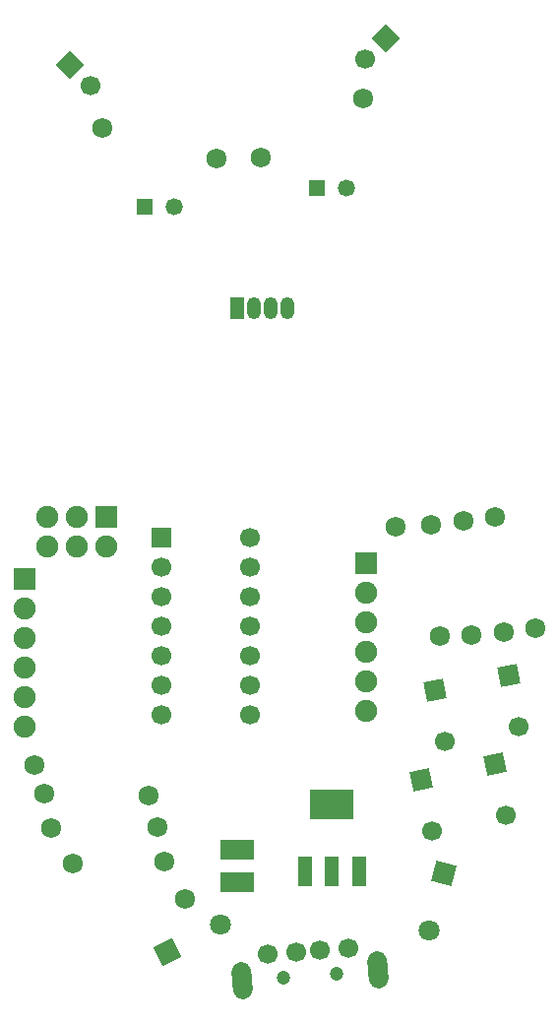
<source format=gbr>
G04 DipTrace 3.3.1.2*
G04 BottomMask.gbr*
%MOIN*%
G04 #@! TF.FileFunction,Soldermask,Bot*
G04 #@! TF.Part,Single*
%AMOUTLINE1*
4,1,4,
0.0434,0.025057,
0.025057,-0.0434,
-0.0434,-0.025057,
-0.025057,0.0434,
0.0434,0.025057,
0*%
%AMOUTLINE4*
4,1,4,
-0.047638,0.015558,
0.015558,0.047638,
0.047638,-0.015558,
-0.015558,-0.047638,
-0.047638,0.015558,
0*%
%AMOUTLINE7*
4,1,4,
0.0,-0.04733,
-0.04733,0.0,
0.0,0.04733,
0.04733,0.0,
0.0,-0.04733,
0*%
%AMOUTLINE10*
4,1,4,
-0.04733,0.0,
0.0,0.04733,
0.04733,0.0,
0.0,-0.04733,
-0.04733,0.0,
0*%
%AMOUTLINE13*
4,1,4,
-0.02656,-0.039176,
-0.039176,0.02656,
0.02656,0.039176,
0.039176,-0.02656,
-0.02656,-0.039176,
0*%
%AMOUTLINE16*
4,1,4,
-0.025791,-0.039686,
-0.039686,0.025791,
0.025791,0.039686,
0.039686,-0.025791,
-0.025791,-0.039686,
0*%
%AMOUTLINE19*
4,1,16,
-0.030888,-0.032624,
-0.026514,-0.046432,
-0.016269,-0.057306,
-0.002322,-0.062658,
0.012567,-0.061429,
0.025448,-0.053861,
0.03377,-0.041454,
0.03582,-0.027116,
0.030888,0.032624,
0.026514,0.046432,
0.016269,0.057306,
0.002322,0.062658,
-0.012567,0.061429,
-0.025448,0.053861,
-0.03377,0.041454,
-0.03582,0.027116,
-0.030888,-0.032624,
0*%
%ADD36C,0.047244*%
%ADD47R,0.147644X0.1004*%
%ADD49R,0.045282X0.104337*%
%ADD51R,0.066935X0.066935*%
%ADD53C,0.066935*%
%ADD55R,0.114179X0.070872*%
%ADD57C,0.06788*%
%ADD59C,0.06788*%
%ADD61C,0.074809*%
%ADD63R,0.074809X0.074809*%
%ADD65C,0.066935*%
%ADD67R,0.049219X0.074809*%
%ADD69O,0.049219X0.074809*%
%ADD71R,0.05788X0.05788*%
%ADD73C,0.05788*%
%ADD75C,0.070872*%
%ADD85OUTLINE1*%
%ADD88OUTLINE4*%
%ADD91OUTLINE7*%
%ADD94OUTLINE10*%
%ADD97OUTLINE13*%
%ADD100OUTLINE16*%
%ADD103OUTLINE19*%
%FSLAX26Y26*%
G04*
G70*
G90*
G75*
G01*
G04 BotMask*
%LPD*%
D75*
X1906565Y687118D3*
D85*
X1958329Y880303D3*
D75*
X1200831Y704167D3*
D88*
X1022493Y613638D3*
D73*
X1042791Y3136704D3*
D71*
X942791D3*
D73*
X1629321Y3198396D3*
D71*
X1529321D3*
D69*
X1426973Y2791284D3*
X1314473D3*
D67*
X1258224D3*
D69*
X1370724D3*
D91*
X690183Y3615082D3*
D65*
X760894Y3544371D3*
D94*
X1760280Y3705251D3*
D65*
X1689569Y3634540D3*
D63*
X1694146Y1928154D3*
D61*
Y1828154D3*
Y1728154D3*
Y1628154D3*
Y1528154D3*
Y1428154D3*
D63*
X536956Y1874575D3*
D61*
Y1774575D3*
Y1674575D3*
Y1574575D3*
Y1474575D3*
Y1374575D3*
D63*
X813393Y2085283D3*
D61*
Y1985283D3*
X713393Y2085283D3*
Y1985283D3*
X613393Y2085283D3*
Y1985283D3*
D59*
X1188333Y3297645D3*
D57*
X801962Y3401172D3*
D59*
X1338317Y3303894D3*
D57*
X1684727Y3503894D3*
D59*
X988354Y1035382D3*
D57*
X604464Y1147758D3*
D59*
X1794519Y2054026D3*
D57*
X1944419Y1683175D3*
D59*
X1082093Y791658D3*
D57*
X700650Y912078D3*
D59*
X1010761Y919497D3*
D57*
X627156Y1032843D3*
D59*
X957107Y1141621D3*
D57*
X570852Y1245582D3*
D55*
X1257075Y847902D3*
Y958138D3*
D59*
X2131984Y2085272D3*
D57*
X2268792Y1709395D3*
D59*
X2025745Y2072774D3*
D57*
X2162553Y1696897D3*
D59*
X1913257Y2060275D3*
D57*
X2050065Y1684398D3*
D97*
X1926504Y1500308D3*
D53*
X1959895Y1326318D3*
X2211214Y1374550D3*
D97*
X2177823Y1548541D3*
D100*
X1879914Y1195249D3*
D53*
X1916694Y1021944D3*
X2167024Y1075069D3*
D100*
X2130245Y1248375D3*
D51*
X1000852Y2016529D3*
D65*
Y1916529D3*
Y1816529D3*
Y1716529D3*
Y1616529D3*
Y1516529D3*
Y1416529D3*
X1300852D3*
Y1516529D3*
Y1616529D3*
Y1716529D3*
Y1816529D3*
Y1916529D3*
Y2016529D3*
D49*
X1669532Y885398D3*
X1578981D3*
X1488430D3*
D47*
X1578981Y1113745D3*
D65*
X1458266Y612441D3*
X1536739Y618921D3*
X1634831Y627020D3*
X1360175Y604342D3*
D103*
X1274772Y514332D3*
X1733840Y552236D3*
D36*
X1594550Y540736D3*
X1414062Y525833D3*
M02*

</source>
